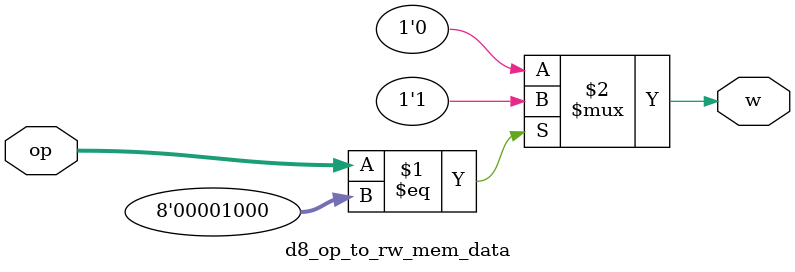
<source format=v>
module d8_op_to_rw_mem_data (
  input [7:0] op,
  output w
);

assign w = (op == 8'h08) ? 1'b1 : 1'b0;

endmodule

</source>
